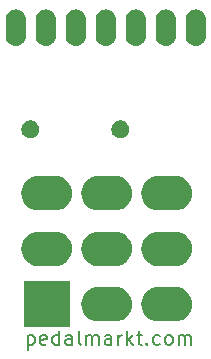
<source format=gbr>
G04 #@! TF.GenerationSoftware,KiCad,Pcbnew,(5.1.5-0-10_14)*
G04 #@! TF.CreationDate,2021-09-14T18:47:20+02:00*
G04 #@! TF.ProjectId,3pdt-npnium,33706474-2d6e-4706-9e69-756d2e6b6963,rev?*
G04 #@! TF.SameCoordinates,Original*
G04 #@! TF.FileFunction,Soldermask,Top*
G04 #@! TF.FilePolarity,Negative*
%FSLAX46Y46*%
G04 Gerber Fmt 4.6, Leading zero omitted, Abs format (unit mm)*
G04 Created by KiCad (PCBNEW (5.1.5-0-10_14)) date 2021-09-14 18:47:20*
%MOMM*%
%LPD*%
G04 APERTURE LIST*
%ADD10C,0.152400*%
%ADD11C,0.100000*%
G04 APERTURE END LIST*
D10*
X62305714Y-65041464D02*
X62305714Y-66247964D01*
X62305714Y-65098916D02*
X62420619Y-65041464D01*
X62650428Y-65041464D01*
X62765333Y-65098916D01*
X62822785Y-65156369D01*
X62880238Y-65271273D01*
X62880238Y-65615988D01*
X62822785Y-65730892D01*
X62765333Y-65788345D01*
X62650428Y-65845797D01*
X62420619Y-65845797D01*
X62305714Y-65788345D01*
X63856928Y-65788345D02*
X63742023Y-65845797D01*
X63512214Y-65845797D01*
X63397309Y-65788345D01*
X63339857Y-65673440D01*
X63339857Y-65213821D01*
X63397309Y-65098916D01*
X63512214Y-65041464D01*
X63742023Y-65041464D01*
X63856928Y-65098916D01*
X63914380Y-65213821D01*
X63914380Y-65328726D01*
X63339857Y-65443630D01*
X64948523Y-65845797D02*
X64948523Y-64639297D01*
X64948523Y-65788345D02*
X64833619Y-65845797D01*
X64603809Y-65845797D01*
X64488904Y-65788345D01*
X64431452Y-65730892D01*
X64374000Y-65615988D01*
X64374000Y-65271273D01*
X64431452Y-65156369D01*
X64488904Y-65098916D01*
X64603809Y-65041464D01*
X64833619Y-65041464D01*
X64948523Y-65098916D01*
X66040119Y-65845797D02*
X66040119Y-65213821D01*
X65982666Y-65098916D01*
X65867761Y-65041464D01*
X65637952Y-65041464D01*
X65523047Y-65098916D01*
X66040119Y-65788345D02*
X65925214Y-65845797D01*
X65637952Y-65845797D01*
X65523047Y-65788345D01*
X65465595Y-65673440D01*
X65465595Y-65558535D01*
X65523047Y-65443630D01*
X65637952Y-65386178D01*
X65925214Y-65386178D01*
X66040119Y-65328726D01*
X66787000Y-65845797D02*
X66672095Y-65788345D01*
X66614642Y-65673440D01*
X66614642Y-64639297D01*
X67246619Y-65845797D02*
X67246619Y-65041464D01*
X67246619Y-65156369D02*
X67304071Y-65098916D01*
X67418976Y-65041464D01*
X67591333Y-65041464D01*
X67706238Y-65098916D01*
X67763690Y-65213821D01*
X67763690Y-65845797D01*
X67763690Y-65213821D02*
X67821142Y-65098916D01*
X67936047Y-65041464D01*
X68108404Y-65041464D01*
X68223309Y-65098916D01*
X68280761Y-65213821D01*
X68280761Y-65845797D01*
X69372357Y-65845797D02*
X69372357Y-65213821D01*
X69314904Y-65098916D01*
X69200000Y-65041464D01*
X68970190Y-65041464D01*
X68855285Y-65098916D01*
X69372357Y-65788345D02*
X69257452Y-65845797D01*
X68970190Y-65845797D01*
X68855285Y-65788345D01*
X68797833Y-65673440D01*
X68797833Y-65558535D01*
X68855285Y-65443630D01*
X68970190Y-65386178D01*
X69257452Y-65386178D01*
X69372357Y-65328726D01*
X69946880Y-65845797D02*
X69946880Y-65041464D01*
X69946880Y-65271273D02*
X70004333Y-65156369D01*
X70061785Y-65098916D01*
X70176690Y-65041464D01*
X70291595Y-65041464D01*
X70693761Y-65845797D02*
X70693761Y-64639297D01*
X70808666Y-65386178D02*
X71153380Y-65845797D01*
X71153380Y-65041464D02*
X70693761Y-65501083D01*
X71498095Y-65041464D02*
X71957714Y-65041464D01*
X71670452Y-64639297D02*
X71670452Y-65673440D01*
X71727904Y-65788345D01*
X71842809Y-65845797D01*
X71957714Y-65845797D01*
X72359880Y-65730892D02*
X72417333Y-65788345D01*
X72359880Y-65845797D01*
X72302428Y-65788345D01*
X72359880Y-65730892D01*
X72359880Y-65845797D01*
X73451476Y-65788345D02*
X73336571Y-65845797D01*
X73106761Y-65845797D01*
X72991857Y-65788345D01*
X72934404Y-65730892D01*
X72876952Y-65615988D01*
X72876952Y-65271273D01*
X72934404Y-65156369D01*
X72991857Y-65098916D01*
X73106761Y-65041464D01*
X73336571Y-65041464D01*
X73451476Y-65098916D01*
X74140904Y-65845797D02*
X74026000Y-65788345D01*
X73968547Y-65730892D01*
X73911095Y-65615988D01*
X73911095Y-65271273D01*
X73968547Y-65156369D01*
X74026000Y-65098916D01*
X74140904Y-65041464D01*
X74313261Y-65041464D01*
X74428166Y-65098916D01*
X74485619Y-65156369D01*
X74543071Y-65271273D01*
X74543071Y-65615988D01*
X74485619Y-65730892D01*
X74428166Y-65788345D01*
X74313261Y-65845797D01*
X74140904Y-65845797D01*
X75060142Y-65845797D02*
X75060142Y-65041464D01*
X75060142Y-65156369D02*
X75117595Y-65098916D01*
X75232500Y-65041464D01*
X75404857Y-65041464D01*
X75519761Y-65098916D01*
X75577214Y-65213821D01*
X75577214Y-65845797D01*
X75577214Y-65213821D02*
X75634666Y-65098916D01*
X75749571Y-65041464D01*
X75921928Y-65041464D01*
X76036833Y-65098916D01*
X76094285Y-65213821D01*
X76094285Y-65845797D01*
X62305714Y-65041464D02*
X62305714Y-66247964D01*
X62305714Y-65098916D02*
X62420619Y-65041464D01*
X62650428Y-65041464D01*
X62765333Y-65098916D01*
X62822785Y-65156369D01*
X62880238Y-65271273D01*
X62880238Y-65615988D01*
X62822785Y-65730892D01*
X62765333Y-65788345D01*
X62650428Y-65845797D01*
X62420619Y-65845797D01*
X62305714Y-65788345D01*
X63856928Y-65788345D02*
X63742023Y-65845797D01*
X63512214Y-65845797D01*
X63397309Y-65788345D01*
X63339857Y-65673440D01*
X63339857Y-65213821D01*
X63397309Y-65098916D01*
X63512214Y-65041464D01*
X63742023Y-65041464D01*
X63856928Y-65098916D01*
X63914380Y-65213821D01*
X63914380Y-65328726D01*
X63339857Y-65443630D01*
X64948523Y-65845797D02*
X64948523Y-64639297D01*
X64948523Y-65788345D02*
X64833619Y-65845797D01*
X64603809Y-65845797D01*
X64488904Y-65788345D01*
X64431452Y-65730892D01*
X64374000Y-65615988D01*
X64374000Y-65271273D01*
X64431452Y-65156369D01*
X64488904Y-65098916D01*
X64603809Y-65041464D01*
X64833619Y-65041464D01*
X64948523Y-65098916D01*
X66040119Y-65845797D02*
X66040119Y-65213821D01*
X65982666Y-65098916D01*
X65867761Y-65041464D01*
X65637952Y-65041464D01*
X65523047Y-65098916D01*
X66040119Y-65788345D02*
X65925214Y-65845797D01*
X65637952Y-65845797D01*
X65523047Y-65788345D01*
X65465595Y-65673440D01*
X65465595Y-65558535D01*
X65523047Y-65443630D01*
X65637952Y-65386178D01*
X65925214Y-65386178D01*
X66040119Y-65328726D01*
X66787000Y-65845797D02*
X66672095Y-65788345D01*
X66614642Y-65673440D01*
X66614642Y-64639297D01*
X67246619Y-65845797D02*
X67246619Y-65041464D01*
X67246619Y-65156369D02*
X67304071Y-65098916D01*
X67418976Y-65041464D01*
X67591333Y-65041464D01*
X67706238Y-65098916D01*
X67763690Y-65213821D01*
X67763690Y-65845797D01*
X67763690Y-65213821D02*
X67821142Y-65098916D01*
X67936047Y-65041464D01*
X68108404Y-65041464D01*
X68223309Y-65098916D01*
X68280761Y-65213821D01*
X68280761Y-65845797D01*
X69372357Y-65845797D02*
X69372357Y-65213821D01*
X69314904Y-65098916D01*
X69200000Y-65041464D01*
X68970190Y-65041464D01*
X68855285Y-65098916D01*
X69372357Y-65788345D02*
X69257452Y-65845797D01*
X68970190Y-65845797D01*
X68855285Y-65788345D01*
X68797833Y-65673440D01*
X68797833Y-65558535D01*
X68855285Y-65443630D01*
X68970190Y-65386178D01*
X69257452Y-65386178D01*
X69372357Y-65328726D01*
X69946880Y-65845797D02*
X69946880Y-65041464D01*
X69946880Y-65271273D02*
X70004333Y-65156369D01*
X70061785Y-65098916D01*
X70176690Y-65041464D01*
X70291595Y-65041464D01*
X70693761Y-65845797D02*
X70693761Y-64639297D01*
X70808666Y-65386178D02*
X71153380Y-65845797D01*
X71153380Y-65041464D02*
X70693761Y-65501083D01*
X71498095Y-65041464D02*
X71957714Y-65041464D01*
X71670452Y-64639297D02*
X71670452Y-65673440D01*
X71727904Y-65788345D01*
X71842809Y-65845797D01*
X71957714Y-65845797D01*
X72359880Y-65730892D02*
X72417333Y-65788345D01*
X72359880Y-65845797D01*
X72302428Y-65788345D01*
X72359880Y-65730892D01*
X72359880Y-65845797D01*
X73451476Y-65788345D02*
X73336571Y-65845797D01*
X73106761Y-65845797D01*
X72991857Y-65788345D01*
X72934404Y-65730892D01*
X72876952Y-65615988D01*
X72876952Y-65271273D01*
X72934404Y-65156369D01*
X72991857Y-65098916D01*
X73106761Y-65041464D01*
X73336571Y-65041464D01*
X73451476Y-65098916D01*
X74140904Y-65845797D02*
X74026000Y-65788345D01*
X73968547Y-65730892D01*
X73911095Y-65615988D01*
X73911095Y-65271273D01*
X73968547Y-65156369D01*
X74026000Y-65098916D01*
X74140904Y-65041464D01*
X74313261Y-65041464D01*
X74428166Y-65098916D01*
X74485619Y-65156369D01*
X74543071Y-65271273D01*
X74543071Y-65615988D01*
X74485619Y-65730892D01*
X74428166Y-65788345D01*
X74313261Y-65845797D01*
X74140904Y-65845797D01*
X75060142Y-65845797D02*
X75060142Y-65041464D01*
X75060142Y-65156369D02*
X75117595Y-65098916D01*
X75232500Y-65041464D01*
X75404857Y-65041464D01*
X75519761Y-65098916D01*
X75577214Y-65213821D01*
X75577214Y-65845797D01*
X75577214Y-65213821D02*
X75634666Y-65098916D01*
X75749571Y-65041464D01*
X75921928Y-65041464D01*
X76036833Y-65098916D01*
X76094285Y-65213821D01*
X76094285Y-65845797D01*
X62305714Y-65041464D02*
X62305714Y-66247964D01*
X62305714Y-65098916D02*
X62420619Y-65041464D01*
X62650428Y-65041464D01*
X62765333Y-65098916D01*
X62822785Y-65156369D01*
X62880238Y-65271273D01*
X62880238Y-65615988D01*
X62822785Y-65730892D01*
X62765333Y-65788345D01*
X62650428Y-65845797D01*
X62420619Y-65845797D01*
X62305714Y-65788345D01*
X63856928Y-65788345D02*
X63742023Y-65845797D01*
X63512214Y-65845797D01*
X63397309Y-65788345D01*
X63339857Y-65673440D01*
X63339857Y-65213821D01*
X63397309Y-65098916D01*
X63512214Y-65041464D01*
X63742023Y-65041464D01*
X63856928Y-65098916D01*
X63914380Y-65213821D01*
X63914380Y-65328726D01*
X63339857Y-65443630D01*
X64948523Y-65845797D02*
X64948523Y-64639297D01*
X64948523Y-65788345D02*
X64833619Y-65845797D01*
X64603809Y-65845797D01*
X64488904Y-65788345D01*
X64431452Y-65730892D01*
X64374000Y-65615988D01*
X64374000Y-65271273D01*
X64431452Y-65156369D01*
X64488904Y-65098916D01*
X64603809Y-65041464D01*
X64833619Y-65041464D01*
X64948523Y-65098916D01*
X66040119Y-65845797D02*
X66040119Y-65213821D01*
X65982666Y-65098916D01*
X65867761Y-65041464D01*
X65637952Y-65041464D01*
X65523047Y-65098916D01*
X66040119Y-65788345D02*
X65925214Y-65845797D01*
X65637952Y-65845797D01*
X65523047Y-65788345D01*
X65465595Y-65673440D01*
X65465595Y-65558535D01*
X65523047Y-65443630D01*
X65637952Y-65386178D01*
X65925214Y-65386178D01*
X66040119Y-65328726D01*
X66787000Y-65845797D02*
X66672095Y-65788345D01*
X66614642Y-65673440D01*
X66614642Y-64639297D01*
X67246619Y-65845797D02*
X67246619Y-65041464D01*
X67246619Y-65156369D02*
X67304071Y-65098916D01*
X67418976Y-65041464D01*
X67591333Y-65041464D01*
X67706238Y-65098916D01*
X67763690Y-65213821D01*
X67763690Y-65845797D01*
X67763690Y-65213821D02*
X67821142Y-65098916D01*
X67936047Y-65041464D01*
X68108404Y-65041464D01*
X68223309Y-65098916D01*
X68280761Y-65213821D01*
X68280761Y-65845797D01*
X69372357Y-65845797D02*
X69372357Y-65213821D01*
X69314904Y-65098916D01*
X69200000Y-65041464D01*
X68970190Y-65041464D01*
X68855285Y-65098916D01*
X69372357Y-65788345D02*
X69257452Y-65845797D01*
X68970190Y-65845797D01*
X68855285Y-65788345D01*
X68797833Y-65673440D01*
X68797833Y-65558535D01*
X68855285Y-65443630D01*
X68970190Y-65386178D01*
X69257452Y-65386178D01*
X69372357Y-65328726D01*
X69946880Y-65845797D02*
X69946880Y-65041464D01*
X69946880Y-65271273D02*
X70004333Y-65156369D01*
X70061785Y-65098916D01*
X70176690Y-65041464D01*
X70291595Y-65041464D01*
X70693761Y-65845797D02*
X70693761Y-64639297D01*
X70808666Y-65386178D02*
X71153380Y-65845797D01*
X71153380Y-65041464D02*
X70693761Y-65501083D01*
X71498095Y-65041464D02*
X71957714Y-65041464D01*
X71670452Y-64639297D02*
X71670452Y-65673440D01*
X71727904Y-65788345D01*
X71842809Y-65845797D01*
X71957714Y-65845797D01*
X72359880Y-65730892D02*
X72417333Y-65788345D01*
X72359880Y-65845797D01*
X72302428Y-65788345D01*
X72359880Y-65730892D01*
X72359880Y-65845797D01*
X73451476Y-65788345D02*
X73336571Y-65845797D01*
X73106761Y-65845797D01*
X72991857Y-65788345D01*
X72934404Y-65730892D01*
X72876952Y-65615988D01*
X72876952Y-65271273D01*
X72934404Y-65156369D01*
X72991857Y-65098916D01*
X73106761Y-65041464D01*
X73336571Y-65041464D01*
X73451476Y-65098916D01*
X74140904Y-65845797D02*
X74026000Y-65788345D01*
X73968547Y-65730892D01*
X73911095Y-65615988D01*
X73911095Y-65271273D01*
X73968547Y-65156369D01*
X74026000Y-65098916D01*
X74140904Y-65041464D01*
X74313261Y-65041464D01*
X74428166Y-65098916D01*
X74485619Y-65156369D01*
X74543071Y-65271273D01*
X74543071Y-65615988D01*
X74485619Y-65730892D01*
X74428166Y-65788345D01*
X74313261Y-65845797D01*
X74140904Y-65845797D01*
X75060142Y-65845797D02*
X75060142Y-65041464D01*
X75060142Y-65156369D02*
X75117595Y-65098916D01*
X75232500Y-65041464D01*
X75404857Y-65041464D01*
X75519761Y-65098916D01*
X75577214Y-65213821D01*
X75577214Y-65845797D01*
X75577214Y-65213821D02*
X75634666Y-65098916D01*
X75749571Y-65041464D01*
X75921928Y-65041464D01*
X76036833Y-65098916D01*
X76094285Y-65213821D01*
X76094285Y-65845797D01*
X62305714Y-65041464D02*
X62305714Y-66247964D01*
X62305714Y-65098916D02*
X62420619Y-65041464D01*
X62650428Y-65041464D01*
X62765333Y-65098916D01*
X62822785Y-65156369D01*
X62880238Y-65271273D01*
X62880238Y-65615988D01*
X62822785Y-65730892D01*
X62765333Y-65788345D01*
X62650428Y-65845797D01*
X62420619Y-65845797D01*
X62305714Y-65788345D01*
X63856928Y-65788345D02*
X63742023Y-65845797D01*
X63512214Y-65845797D01*
X63397309Y-65788345D01*
X63339857Y-65673440D01*
X63339857Y-65213821D01*
X63397309Y-65098916D01*
X63512214Y-65041464D01*
X63742023Y-65041464D01*
X63856928Y-65098916D01*
X63914380Y-65213821D01*
X63914380Y-65328726D01*
X63339857Y-65443630D01*
X64948523Y-65845797D02*
X64948523Y-64639297D01*
X64948523Y-65788345D02*
X64833619Y-65845797D01*
X64603809Y-65845797D01*
X64488904Y-65788345D01*
X64431452Y-65730892D01*
X64374000Y-65615988D01*
X64374000Y-65271273D01*
X64431452Y-65156369D01*
X64488904Y-65098916D01*
X64603809Y-65041464D01*
X64833619Y-65041464D01*
X64948523Y-65098916D01*
X66040119Y-65845797D02*
X66040119Y-65213821D01*
X65982666Y-65098916D01*
X65867761Y-65041464D01*
X65637952Y-65041464D01*
X65523047Y-65098916D01*
X66040119Y-65788345D02*
X65925214Y-65845797D01*
X65637952Y-65845797D01*
X65523047Y-65788345D01*
X65465595Y-65673440D01*
X65465595Y-65558535D01*
X65523047Y-65443630D01*
X65637952Y-65386178D01*
X65925214Y-65386178D01*
X66040119Y-65328726D01*
X66787000Y-65845797D02*
X66672095Y-65788345D01*
X66614642Y-65673440D01*
X66614642Y-64639297D01*
X67246619Y-65845797D02*
X67246619Y-65041464D01*
X67246619Y-65156369D02*
X67304071Y-65098916D01*
X67418976Y-65041464D01*
X67591333Y-65041464D01*
X67706238Y-65098916D01*
X67763690Y-65213821D01*
X67763690Y-65845797D01*
X67763690Y-65213821D02*
X67821142Y-65098916D01*
X67936047Y-65041464D01*
X68108404Y-65041464D01*
X68223309Y-65098916D01*
X68280761Y-65213821D01*
X68280761Y-65845797D01*
X69372357Y-65845797D02*
X69372357Y-65213821D01*
X69314904Y-65098916D01*
X69200000Y-65041464D01*
X68970190Y-65041464D01*
X68855285Y-65098916D01*
X69372357Y-65788345D02*
X69257452Y-65845797D01*
X68970190Y-65845797D01*
X68855285Y-65788345D01*
X68797833Y-65673440D01*
X68797833Y-65558535D01*
X68855285Y-65443630D01*
X68970190Y-65386178D01*
X69257452Y-65386178D01*
X69372357Y-65328726D01*
X69946880Y-65845797D02*
X69946880Y-65041464D01*
X69946880Y-65271273D02*
X70004333Y-65156369D01*
X70061785Y-65098916D01*
X70176690Y-65041464D01*
X70291595Y-65041464D01*
X70693761Y-65845797D02*
X70693761Y-64639297D01*
X70808666Y-65386178D02*
X71153380Y-65845797D01*
X71153380Y-65041464D02*
X70693761Y-65501083D01*
X71498095Y-65041464D02*
X71957714Y-65041464D01*
X71670452Y-64639297D02*
X71670452Y-65673440D01*
X71727904Y-65788345D01*
X71842809Y-65845797D01*
X71957714Y-65845797D01*
X72359880Y-65730892D02*
X72417333Y-65788345D01*
X72359880Y-65845797D01*
X72302428Y-65788345D01*
X72359880Y-65730892D01*
X72359880Y-65845797D01*
X73451476Y-65788345D02*
X73336571Y-65845797D01*
X73106761Y-65845797D01*
X72991857Y-65788345D01*
X72934404Y-65730892D01*
X72876952Y-65615988D01*
X72876952Y-65271273D01*
X72934404Y-65156369D01*
X72991857Y-65098916D01*
X73106761Y-65041464D01*
X73336571Y-65041464D01*
X73451476Y-65098916D01*
X74140904Y-65845797D02*
X74026000Y-65788345D01*
X73968547Y-65730892D01*
X73911095Y-65615988D01*
X73911095Y-65271273D01*
X73968547Y-65156369D01*
X74026000Y-65098916D01*
X74140904Y-65041464D01*
X74313261Y-65041464D01*
X74428166Y-65098916D01*
X74485619Y-65156369D01*
X74543071Y-65271273D01*
X74543071Y-65615988D01*
X74485619Y-65730892D01*
X74428166Y-65788345D01*
X74313261Y-65845797D01*
X74140904Y-65845797D01*
X75060142Y-65845797D02*
X75060142Y-65041464D01*
X75060142Y-65156369D02*
X75117595Y-65098916D01*
X75232500Y-65041464D01*
X75404857Y-65041464D01*
X75519761Y-65098916D01*
X75577214Y-65213821D01*
X75577214Y-65845797D01*
X75577214Y-65213821D02*
X75634666Y-65098916D01*
X75749571Y-65041464D01*
X75921928Y-65041464D01*
X76036833Y-65098916D01*
X76094285Y-65213821D01*
X76094285Y-65845797D01*
X62305714Y-65041464D02*
X62305714Y-66247964D01*
X62305714Y-65098916D02*
X62420619Y-65041464D01*
X62650428Y-65041464D01*
X62765333Y-65098916D01*
X62822785Y-65156369D01*
X62880238Y-65271273D01*
X62880238Y-65615988D01*
X62822785Y-65730892D01*
X62765333Y-65788345D01*
X62650428Y-65845797D01*
X62420619Y-65845797D01*
X62305714Y-65788345D01*
X63856928Y-65788345D02*
X63742023Y-65845797D01*
X63512214Y-65845797D01*
X63397309Y-65788345D01*
X63339857Y-65673440D01*
X63339857Y-65213821D01*
X63397309Y-65098916D01*
X63512214Y-65041464D01*
X63742023Y-65041464D01*
X63856928Y-65098916D01*
X63914380Y-65213821D01*
X63914380Y-65328726D01*
X63339857Y-65443630D01*
X64948523Y-65845797D02*
X64948523Y-64639297D01*
X64948523Y-65788345D02*
X64833619Y-65845797D01*
X64603809Y-65845797D01*
X64488904Y-65788345D01*
X64431452Y-65730892D01*
X64374000Y-65615988D01*
X64374000Y-65271273D01*
X64431452Y-65156369D01*
X64488904Y-65098916D01*
X64603809Y-65041464D01*
X64833619Y-65041464D01*
X64948523Y-65098916D01*
X66040119Y-65845797D02*
X66040119Y-65213821D01*
X65982666Y-65098916D01*
X65867761Y-65041464D01*
X65637952Y-65041464D01*
X65523047Y-65098916D01*
X66040119Y-65788345D02*
X65925214Y-65845797D01*
X65637952Y-65845797D01*
X65523047Y-65788345D01*
X65465595Y-65673440D01*
X65465595Y-65558535D01*
X65523047Y-65443630D01*
X65637952Y-65386178D01*
X65925214Y-65386178D01*
X66040119Y-65328726D01*
X66787000Y-65845797D02*
X66672095Y-65788345D01*
X66614642Y-65673440D01*
X66614642Y-64639297D01*
X67246619Y-65845797D02*
X67246619Y-65041464D01*
X67246619Y-65156369D02*
X67304071Y-65098916D01*
X67418976Y-65041464D01*
X67591333Y-65041464D01*
X67706238Y-65098916D01*
X67763690Y-65213821D01*
X67763690Y-65845797D01*
X67763690Y-65213821D02*
X67821142Y-65098916D01*
X67936047Y-65041464D01*
X68108404Y-65041464D01*
X68223309Y-65098916D01*
X68280761Y-65213821D01*
X68280761Y-65845797D01*
X69372357Y-65845797D02*
X69372357Y-65213821D01*
X69314904Y-65098916D01*
X69200000Y-65041464D01*
X68970190Y-65041464D01*
X68855285Y-65098916D01*
X69372357Y-65788345D02*
X69257452Y-65845797D01*
X68970190Y-65845797D01*
X68855285Y-65788345D01*
X68797833Y-65673440D01*
X68797833Y-65558535D01*
X68855285Y-65443630D01*
X68970190Y-65386178D01*
X69257452Y-65386178D01*
X69372357Y-65328726D01*
X69946880Y-65845797D02*
X69946880Y-65041464D01*
X69946880Y-65271273D02*
X70004333Y-65156369D01*
X70061785Y-65098916D01*
X70176690Y-65041464D01*
X70291595Y-65041464D01*
X70693761Y-65845797D02*
X70693761Y-64639297D01*
X70808666Y-65386178D02*
X71153380Y-65845797D01*
X71153380Y-65041464D02*
X70693761Y-65501083D01*
X71498095Y-65041464D02*
X71957714Y-65041464D01*
X71670452Y-64639297D02*
X71670452Y-65673440D01*
X71727904Y-65788345D01*
X71842809Y-65845797D01*
X71957714Y-65845797D01*
X72359880Y-65730892D02*
X72417333Y-65788345D01*
X72359880Y-65845797D01*
X72302428Y-65788345D01*
X72359880Y-65730892D01*
X72359880Y-65845797D01*
X73451476Y-65788345D02*
X73336571Y-65845797D01*
X73106761Y-65845797D01*
X72991857Y-65788345D01*
X72934404Y-65730892D01*
X72876952Y-65615988D01*
X72876952Y-65271273D01*
X72934404Y-65156369D01*
X72991857Y-65098916D01*
X73106761Y-65041464D01*
X73336571Y-65041464D01*
X73451476Y-65098916D01*
X74140904Y-65845797D02*
X74026000Y-65788345D01*
X73968547Y-65730892D01*
X73911095Y-65615988D01*
X73911095Y-65271273D01*
X73968547Y-65156369D01*
X74026000Y-65098916D01*
X74140904Y-65041464D01*
X74313261Y-65041464D01*
X74428166Y-65098916D01*
X74485619Y-65156369D01*
X74543071Y-65271273D01*
X74543071Y-65615988D01*
X74485619Y-65730892D01*
X74428166Y-65788345D01*
X74313261Y-65845797D01*
X74140904Y-65845797D01*
X75060142Y-65845797D02*
X75060142Y-65041464D01*
X75060142Y-65156369D02*
X75117595Y-65098916D01*
X75232500Y-65041464D01*
X75404857Y-65041464D01*
X75519761Y-65098916D01*
X75577214Y-65213821D01*
X75577214Y-65845797D01*
X75577214Y-65213821D02*
X75634666Y-65098916D01*
X75749571Y-65041464D01*
X75921928Y-65041464D01*
X76036833Y-65098916D01*
X76094285Y-65213821D01*
X76094285Y-65845797D01*
D11*
G36*
X65859000Y-64369000D02*
G01*
X61941000Y-64369000D01*
X61941000Y-60451000D01*
X65859000Y-60451000D01*
X65859000Y-64369000D01*
G37*
G36*
X74937861Y-60969497D02*
G01*
X75044446Y-60979995D01*
X75317960Y-61062965D01*
X75317963Y-61062966D01*
X75570028Y-61197698D01*
X75570029Y-61197699D01*
X75570033Y-61197701D01*
X75790976Y-61379024D01*
X75972299Y-61599967D01*
X75972301Y-61599971D01*
X75972302Y-61599972D01*
X76107034Y-61852037D01*
X76107035Y-61852040D01*
X76190005Y-62125554D01*
X76218020Y-62410000D01*
X76190005Y-62694446D01*
X76107035Y-62967960D01*
X76107034Y-62967963D01*
X75972302Y-63220028D01*
X75972299Y-63220033D01*
X75790976Y-63440976D01*
X75570033Y-63622299D01*
X75570029Y-63622301D01*
X75570028Y-63622302D01*
X75317963Y-63757034D01*
X75317960Y-63757035D01*
X75044446Y-63840005D01*
X74937861Y-63850503D01*
X74831278Y-63861000D01*
X73288722Y-63861000D01*
X73182139Y-63850503D01*
X73075554Y-63840005D01*
X72802040Y-63757035D01*
X72802037Y-63757034D01*
X72549972Y-63622302D01*
X72549971Y-63622301D01*
X72549967Y-63622299D01*
X72329024Y-63440976D01*
X72147701Y-63220033D01*
X72147698Y-63220028D01*
X72012966Y-62967963D01*
X72012965Y-62967960D01*
X71929995Y-62694446D01*
X71901980Y-62410000D01*
X71929995Y-62125554D01*
X72012965Y-61852040D01*
X72012966Y-61852037D01*
X72147698Y-61599972D01*
X72147699Y-61599971D01*
X72147701Y-61599967D01*
X72329024Y-61379024D01*
X72549967Y-61197701D01*
X72549971Y-61197699D01*
X72549972Y-61197698D01*
X72802037Y-61062966D01*
X72802040Y-61062965D01*
X73075554Y-60979995D01*
X73182139Y-60969497D01*
X73288722Y-60959000D01*
X74831278Y-60959000D01*
X74937861Y-60969497D01*
G37*
G36*
X69857861Y-60969497D02*
G01*
X69964446Y-60979995D01*
X70237960Y-61062965D01*
X70237963Y-61062966D01*
X70490028Y-61197698D01*
X70490029Y-61197699D01*
X70490033Y-61197701D01*
X70710976Y-61379024D01*
X70892299Y-61599967D01*
X70892301Y-61599971D01*
X70892302Y-61599972D01*
X71027034Y-61852037D01*
X71027035Y-61852040D01*
X71110005Y-62125554D01*
X71138020Y-62410000D01*
X71110005Y-62694446D01*
X71027035Y-62967960D01*
X71027034Y-62967963D01*
X70892302Y-63220028D01*
X70892299Y-63220033D01*
X70710976Y-63440976D01*
X70490033Y-63622299D01*
X70490029Y-63622301D01*
X70490028Y-63622302D01*
X70237963Y-63757034D01*
X70237960Y-63757035D01*
X69964446Y-63840005D01*
X69857861Y-63850503D01*
X69751278Y-63861000D01*
X68208722Y-63861000D01*
X68102139Y-63850503D01*
X67995554Y-63840005D01*
X67722040Y-63757035D01*
X67722037Y-63757034D01*
X67469972Y-63622302D01*
X67469971Y-63622301D01*
X67469967Y-63622299D01*
X67249024Y-63440976D01*
X67067701Y-63220033D01*
X67067698Y-63220028D01*
X66932966Y-62967963D01*
X66932965Y-62967960D01*
X66849995Y-62694446D01*
X66821980Y-62410000D01*
X66849995Y-62125554D01*
X66932965Y-61852040D01*
X66932966Y-61852037D01*
X67067698Y-61599972D01*
X67067699Y-61599971D01*
X67067701Y-61599967D01*
X67249024Y-61379024D01*
X67469967Y-61197701D01*
X67469971Y-61197699D01*
X67469972Y-61197698D01*
X67722037Y-61062966D01*
X67722040Y-61062965D01*
X67995554Y-60979995D01*
X68102139Y-60969497D01*
X68208722Y-60959000D01*
X69751278Y-60959000D01*
X69857861Y-60969497D01*
G37*
G36*
X74937861Y-56269498D02*
G01*
X75044446Y-56279995D01*
X75317960Y-56362965D01*
X75317963Y-56362966D01*
X75570028Y-56497698D01*
X75570029Y-56497699D01*
X75570033Y-56497701D01*
X75790976Y-56679024D01*
X75972299Y-56899967D01*
X75972301Y-56899971D01*
X75972302Y-56899972D01*
X76107034Y-57152037D01*
X76107035Y-57152040D01*
X76190005Y-57425554D01*
X76218020Y-57710000D01*
X76190005Y-57994446D01*
X76107035Y-58267960D01*
X76107034Y-58267963D01*
X75972302Y-58520028D01*
X75972299Y-58520033D01*
X75790976Y-58740976D01*
X75570033Y-58922299D01*
X75570029Y-58922301D01*
X75570028Y-58922302D01*
X75317963Y-59057034D01*
X75317960Y-59057035D01*
X75044446Y-59140005D01*
X74937861Y-59150502D01*
X74831278Y-59161000D01*
X73288722Y-59161000D01*
X73182139Y-59150502D01*
X73075554Y-59140005D01*
X72802040Y-59057035D01*
X72802037Y-59057034D01*
X72549972Y-58922302D01*
X72549971Y-58922301D01*
X72549967Y-58922299D01*
X72329024Y-58740976D01*
X72147701Y-58520033D01*
X72147698Y-58520028D01*
X72012966Y-58267963D01*
X72012965Y-58267960D01*
X71929995Y-57994446D01*
X71901980Y-57710000D01*
X71929995Y-57425554D01*
X72012965Y-57152040D01*
X72012966Y-57152037D01*
X72147698Y-56899972D01*
X72147699Y-56899971D01*
X72147701Y-56899967D01*
X72329024Y-56679024D01*
X72549967Y-56497701D01*
X72549971Y-56497699D01*
X72549972Y-56497698D01*
X72802037Y-56362966D01*
X72802040Y-56362965D01*
X73075554Y-56279995D01*
X73182139Y-56269498D01*
X73288722Y-56259000D01*
X74831278Y-56259000D01*
X74937861Y-56269498D01*
G37*
G36*
X69857861Y-56269498D02*
G01*
X69964446Y-56279995D01*
X70237960Y-56362965D01*
X70237963Y-56362966D01*
X70490028Y-56497698D01*
X70490029Y-56497699D01*
X70490033Y-56497701D01*
X70710976Y-56679024D01*
X70892299Y-56899967D01*
X70892301Y-56899971D01*
X70892302Y-56899972D01*
X71027034Y-57152037D01*
X71027035Y-57152040D01*
X71110005Y-57425554D01*
X71138020Y-57710000D01*
X71110005Y-57994446D01*
X71027035Y-58267960D01*
X71027034Y-58267963D01*
X70892302Y-58520028D01*
X70892299Y-58520033D01*
X70710976Y-58740976D01*
X70490033Y-58922299D01*
X70490029Y-58922301D01*
X70490028Y-58922302D01*
X70237963Y-59057034D01*
X70237960Y-59057035D01*
X69964446Y-59140005D01*
X69857861Y-59150502D01*
X69751278Y-59161000D01*
X68208722Y-59161000D01*
X68102139Y-59150502D01*
X67995554Y-59140005D01*
X67722040Y-59057035D01*
X67722037Y-59057034D01*
X67469972Y-58922302D01*
X67469971Y-58922301D01*
X67469967Y-58922299D01*
X67249024Y-58740976D01*
X67067701Y-58520033D01*
X67067698Y-58520028D01*
X66932966Y-58267963D01*
X66932965Y-58267960D01*
X66849995Y-57994446D01*
X66821980Y-57710000D01*
X66849995Y-57425554D01*
X66932965Y-57152040D01*
X66932966Y-57152037D01*
X67067698Y-56899972D01*
X67067699Y-56899971D01*
X67067701Y-56899967D01*
X67249024Y-56679024D01*
X67469967Y-56497701D01*
X67469971Y-56497699D01*
X67469972Y-56497698D01*
X67722037Y-56362966D01*
X67722040Y-56362965D01*
X67995554Y-56279995D01*
X68102139Y-56269498D01*
X68208722Y-56259000D01*
X69751278Y-56259000D01*
X69857861Y-56269498D01*
G37*
G36*
X64777861Y-56269498D02*
G01*
X64884446Y-56279995D01*
X65157960Y-56362965D01*
X65157963Y-56362966D01*
X65410028Y-56497698D01*
X65410029Y-56497699D01*
X65410033Y-56497701D01*
X65630976Y-56679024D01*
X65812299Y-56899967D01*
X65812301Y-56899971D01*
X65812302Y-56899972D01*
X65947034Y-57152037D01*
X65947035Y-57152040D01*
X66030005Y-57425554D01*
X66058020Y-57710000D01*
X66030005Y-57994446D01*
X65947035Y-58267960D01*
X65947034Y-58267963D01*
X65812302Y-58520028D01*
X65812299Y-58520033D01*
X65630976Y-58740976D01*
X65410033Y-58922299D01*
X65410029Y-58922301D01*
X65410028Y-58922302D01*
X65157963Y-59057034D01*
X65157960Y-59057035D01*
X64884446Y-59140005D01*
X64777861Y-59150502D01*
X64671278Y-59161000D01*
X63128722Y-59161000D01*
X63022139Y-59150502D01*
X62915554Y-59140005D01*
X62642040Y-59057035D01*
X62642037Y-59057034D01*
X62389972Y-58922302D01*
X62389971Y-58922301D01*
X62389967Y-58922299D01*
X62169024Y-58740976D01*
X61987701Y-58520033D01*
X61987698Y-58520028D01*
X61852966Y-58267963D01*
X61852965Y-58267960D01*
X61769995Y-57994446D01*
X61741980Y-57710000D01*
X61769995Y-57425554D01*
X61852965Y-57152040D01*
X61852966Y-57152037D01*
X61987698Y-56899972D01*
X61987699Y-56899971D01*
X61987701Y-56899967D01*
X62169024Y-56679024D01*
X62389967Y-56497701D01*
X62389971Y-56497699D01*
X62389972Y-56497698D01*
X62642037Y-56362966D01*
X62642040Y-56362965D01*
X62915554Y-56279995D01*
X63022139Y-56269498D01*
X63128722Y-56259000D01*
X64671278Y-56259000D01*
X64777861Y-56269498D01*
G37*
G36*
X74937861Y-51569498D02*
G01*
X75044446Y-51579995D01*
X75317960Y-51662965D01*
X75317963Y-51662966D01*
X75570028Y-51797698D01*
X75570029Y-51797699D01*
X75570033Y-51797701D01*
X75790976Y-51979024D01*
X75972299Y-52199967D01*
X75972301Y-52199971D01*
X75972302Y-52199972D01*
X76107034Y-52452037D01*
X76107035Y-52452040D01*
X76190005Y-52725554D01*
X76218020Y-53010000D01*
X76190005Y-53294446D01*
X76107035Y-53567960D01*
X76107034Y-53567963D01*
X75972302Y-53820028D01*
X75972299Y-53820033D01*
X75790976Y-54040976D01*
X75570033Y-54222299D01*
X75570029Y-54222301D01*
X75570028Y-54222302D01*
X75317963Y-54357034D01*
X75317960Y-54357035D01*
X75044446Y-54440005D01*
X74937861Y-54450502D01*
X74831278Y-54461000D01*
X73288722Y-54461000D01*
X73182139Y-54450502D01*
X73075554Y-54440005D01*
X72802040Y-54357035D01*
X72802037Y-54357034D01*
X72549972Y-54222302D01*
X72549971Y-54222301D01*
X72549967Y-54222299D01*
X72329024Y-54040976D01*
X72147701Y-53820033D01*
X72147698Y-53820028D01*
X72012966Y-53567963D01*
X72012965Y-53567960D01*
X71929995Y-53294446D01*
X71901980Y-53010000D01*
X71929995Y-52725554D01*
X72012965Y-52452040D01*
X72012966Y-52452037D01*
X72147698Y-52199972D01*
X72147699Y-52199971D01*
X72147701Y-52199967D01*
X72329024Y-51979024D01*
X72549967Y-51797701D01*
X72549971Y-51797699D01*
X72549972Y-51797698D01*
X72802037Y-51662966D01*
X72802040Y-51662965D01*
X73075554Y-51579995D01*
X73182139Y-51569498D01*
X73288722Y-51559000D01*
X74831278Y-51559000D01*
X74937861Y-51569498D01*
G37*
G36*
X69857861Y-51569498D02*
G01*
X69964446Y-51579995D01*
X70237960Y-51662965D01*
X70237963Y-51662966D01*
X70490028Y-51797698D01*
X70490029Y-51797699D01*
X70490033Y-51797701D01*
X70710976Y-51979024D01*
X70892299Y-52199967D01*
X70892301Y-52199971D01*
X70892302Y-52199972D01*
X71027034Y-52452037D01*
X71027035Y-52452040D01*
X71110005Y-52725554D01*
X71138020Y-53010000D01*
X71110005Y-53294446D01*
X71027035Y-53567960D01*
X71027034Y-53567963D01*
X70892302Y-53820028D01*
X70892299Y-53820033D01*
X70710976Y-54040976D01*
X70490033Y-54222299D01*
X70490029Y-54222301D01*
X70490028Y-54222302D01*
X70237963Y-54357034D01*
X70237960Y-54357035D01*
X69964446Y-54440005D01*
X69857861Y-54450502D01*
X69751278Y-54461000D01*
X68208722Y-54461000D01*
X68102139Y-54450502D01*
X67995554Y-54440005D01*
X67722040Y-54357035D01*
X67722037Y-54357034D01*
X67469972Y-54222302D01*
X67469971Y-54222301D01*
X67469967Y-54222299D01*
X67249024Y-54040976D01*
X67067701Y-53820033D01*
X67067698Y-53820028D01*
X66932966Y-53567963D01*
X66932965Y-53567960D01*
X66849995Y-53294446D01*
X66821980Y-53010000D01*
X66849995Y-52725554D01*
X66932965Y-52452040D01*
X66932966Y-52452037D01*
X67067698Y-52199972D01*
X67067699Y-52199971D01*
X67067701Y-52199967D01*
X67249024Y-51979024D01*
X67469967Y-51797701D01*
X67469971Y-51797699D01*
X67469972Y-51797698D01*
X67722037Y-51662966D01*
X67722040Y-51662965D01*
X67995554Y-51579995D01*
X68102139Y-51569498D01*
X68208722Y-51559000D01*
X69751278Y-51559000D01*
X69857861Y-51569498D01*
G37*
G36*
X64777861Y-51569498D02*
G01*
X64884446Y-51579995D01*
X65157960Y-51662965D01*
X65157963Y-51662966D01*
X65410028Y-51797698D01*
X65410029Y-51797699D01*
X65410033Y-51797701D01*
X65630976Y-51979024D01*
X65812299Y-52199967D01*
X65812301Y-52199971D01*
X65812302Y-52199972D01*
X65947034Y-52452037D01*
X65947035Y-52452040D01*
X66030005Y-52725554D01*
X66058020Y-53010000D01*
X66030005Y-53294446D01*
X65947035Y-53567960D01*
X65947034Y-53567963D01*
X65812302Y-53820028D01*
X65812299Y-53820033D01*
X65630976Y-54040976D01*
X65410033Y-54222299D01*
X65410029Y-54222301D01*
X65410028Y-54222302D01*
X65157963Y-54357034D01*
X65157960Y-54357035D01*
X64884446Y-54440005D01*
X64777861Y-54450502D01*
X64671278Y-54461000D01*
X63128722Y-54461000D01*
X63022139Y-54450502D01*
X62915554Y-54440005D01*
X62642040Y-54357035D01*
X62642037Y-54357034D01*
X62389972Y-54222302D01*
X62389971Y-54222301D01*
X62389967Y-54222299D01*
X62169024Y-54040976D01*
X61987701Y-53820033D01*
X61987698Y-53820028D01*
X61852966Y-53567963D01*
X61852965Y-53567960D01*
X61769995Y-53294446D01*
X61741980Y-53010000D01*
X61769995Y-52725554D01*
X61852965Y-52452040D01*
X61852966Y-52452037D01*
X61987698Y-52199972D01*
X61987699Y-52199971D01*
X61987701Y-52199967D01*
X62169024Y-51979024D01*
X62389967Y-51797701D01*
X62389971Y-51797699D01*
X62389972Y-51797698D01*
X62642037Y-51662966D01*
X62642040Y-51662965D01*
X62915554Y-51579995D01*
X63022139Y-51569498D01*
X63128722Y-51559000D01*
X64671278Y-51559000D01*
X64777861Y-51569498D01*
G37*
G36*
X70339059Y-46877860D02*
G01*
X70475732Y-46934472D01*
X70598735Y-47016660D01*
X70703340Y-47121265D01*
X70785528Y-47244268D01*
X70842140Y-47380941D01*
X70871000Y-47526033D01*
X70871000Y-47673967D01*
X70842140Y-47819059D01*
X70785528Y-47955732D01*
X70703340Y-48078735D01*
X70598735Y-48183340D01*
X70475732Y-48265528D01*
X70475731Y-48265529D01*
X70475730Y-48265529D01*
X70339059Y-48322140D01*
X70193968Y-48351000D01*
X70046032Y-48351000D01*
X69900941Y-48322140D01*
X69764270Y-48265529D01*
X69764269Y-48265529D01*
X69764268Y-48265528D01*
X69641265Y-48183340D01*
X69536660Y-48078735D01*
X69454472Y-47955732D01*
X69397860Y-47819059D01*
X69369000Y-47673967D01*
X69369000Y-47526033D01*
X69397860Y-47380941D01*
X69454472Y-47244268D01*
X69536660Y-47121265D01*
X69641265Y-47016660D01*
X69764268Y-46934472D01*
X69900941Y-46877860D01*
X70046032Y-46849000D01*
X70193968Y-46849000D01*
X70339059Y-46877860D01*
G37*
G36*
X62719059Y-46877860D02*
G01*
X62855732Y-46934472D01*
X62978735Y-47016660D01*
X63083340Y-47121265D01*
X63165528Y-47244268D01*
X63222140Y-47380941D01*
X63251000Y-47526033D01*
X63251000Y-47673967D01*
X63222140Y-47819059D01*
X63165528Y-47955732D01*
X63083340Y-48078735D01*
X62978735Y-48183340D01*
X62855732Y-48265528D01*
X62855731Y-48265529D01*
X62855730Y-48265529D01*
X62719059Y-48322140D01*
X62573968Y-48351000D01*
X62426032Y-48351000D01*
X62280941Y-48322140D01*
X62144270Y-48265529D01*
X62144269Y-48265529D01*
X62144268Y-48265528D01*
X62021265Y-48183340D01*
X61916660Y-48078735D01*
X61834472Y-47955732D01*
X61777860Y-47819059D01*
X61749000Y-47673967D01*
X61749000Y-47526033D01*
X61777860Y-47380941D01*
X61834472Y-47244268D01*
X61916660Y-47121265D01*
X62021265Y-47016660D01*
X62144268Y-46934472D01*
X62280941Y-46877860D01*
X62426032Y-46849000D01*
X62573968Y-46849000D01*
X62719059Y-46877860D01*
G37*
G36*
X76666822Y-37461313D02*
G01*
X76827241Y-37509976D01*
X76975077Y-37588995D01*
X77104659Y-37695341D01*
X77211004Y-37824922D01*
X77211005Y-37824924D01*
X77290024Y-37972758D01*
X77338687Y-38133177D01*
X77351000Y-38258196D01*
X77351000Y-39741804D01*
X77338687Y-39866823D01*
X77290024Y-40027242D01*
X77219114Y-40159906D01*
X77211004Y-40175078D01*
X77104659Y-40304659D01*
X76975078Y-40411004D01*
X76975076Y-40411005D01*
X76827242Y-40490024D01*
X76666823Y-40538687D01*
X76500000Y-40555117D01*
X76333178Y-40538687D01*
X76172759Y-40490024D01*
X76024925Y-40411005D01*
X76024923Y-40411004D01*
X75895342Y-40304659D01*
X75788997Y-40175078D01*
X75780887Y-40159906D01*
X75709977Y-40027242D01*
X75661314Y-39866823D01*
X75649001Y-39741804D01*
X75649000Y-38258197D01*
X75661313Y-38133178D01*
X75709976Y-37972759D01*
X75788995Y-37824923D01*
X75895341Y-37695341D01*
X76024922Y-37588996D01*
X76040094Y-37580886D01*
X76172758Y-37509976D01*
X76333177Y-37461313D01*
X76500000Y-37444883D01*
X76666822Y-37461313D01*
G37*
G36*
X74126822Y-37461313D02*
G01*
X74287241Y-37509976D01*
X74435077Y-37588995D01*
X74564659Y-37695341D01*
X74671004Y-37824922D01*
X74671005Y-37824924D01*
X74750024Y-37972758D01*
X74798687Y-38133177D01*
X74811000Y-38258196D01*
X74811000Y-39741804D01*
X74798687Y-39866823D01*
X74750024Y-40027242D01*
X74679114Y-40159906D01*
X74671004Y-40175078D01*
X74564659Y-40304659D01*
X74435078Y-40411004D01*
X74435076Y-40411005D01*
X74287242Y-40490024D01*
X74126823Y-40538687D01*
X73960000Y-40555117D01*
X73793178Y-40538687D01*
X73632759Y-40490024D01*
X73484925Y-40411005D01*
X73484923Y-40411004D01*
X73355342Y-40304659D01*
X73248997Y-40175078D01*
X73240887Y-40159906D01*
X73169977Y-40027242D01*
X73121314Y-39866823D01*
X73109001Y-39741804D01*
X73109000Y-38258197D01*
X73121313Y-38133178D01*
X73169976Y-37972759D01*
X73248995Y-37824923D01*
X73355341Y-37695341D01*
X73484922Y-37588996D01*
X73500094Y-37580886D01*
X73632758Y-37509976D01*
X73793177Y-37461313D01*
X73960000Y-37444883D01*
X74126822Y-37461313D01*
G37*
G36*
X71586822Y-37461313D02*
G01*
X71747241Y-37509976D01*
X71895077Y-37588995D01*
X72024659Y-37695341D01*
X72131004Y-37824922D01*
X72131005Y-37824924D01*
X72210024Y-37972758D01*
X72258687Y-38133177D01*
X72271000Y-38258196D01*
X72271000Y-39741804D01*
X72258687Y-39866823D01*
X72210024Y-40027242D01*
X72139114Y-40159906D01*
X72131004Y-40175078D01*
X72024659Y-40304659D01*
X71895078Y-40411004D01*
X71895076Y-40411005D01*
X71747242Y-40490024D01*
X71586823Y-40538687D01*
X71420000Y-40555117D01*
X71253178Y-40538687D01*
X71092759Y-40490024D01*
X70944925Y-40411005D01*
X70944923Y-40411004D01*
X70815342Y-40304659D01*
X70708997Y-40175078D01*
X70700887Y-40159906D01*
X70629977Y-40027242D01*
X70581314Y-39866823D01*
X70569001Y-39741804D01*
X70569000Y-38258197D01*
X70581313Y-38133178D01*
X70629976Y-37972759D01*
X70708995Y-37824923D01*
X70815341Y-37695341D01*
X70944922Y-37588996D01*
X70960094Y-37580886D01*
X71092758Y-37509976D01*
X71253177Y-37461313D01*
X71420000Y-37444883D01*
X71586822Y-37461313D01*
G37*
G36*
X69046822Y-37461313D02*
G01*
X69207241Y-37509976D01*
X69355077Y-37588995D01*
X69484659Y-37695341D01*
X69591004Y-37824922D01*
X69591005Y-37824924D01*
X69670024Y-37972758D01*
X69718687Y-38133177D01*
X69731000Y-38258196D01*
X69731000Y-39741804D01*
X69718687Y-39866823D01*
X69670024Y-40027242D01*
X69599114Y-40159906D01*
X69591004Y-40175078D01*
X69484659Y-40304659D01*
X69355078Y-40411004D01*
X69355076Y-40411005D01*
X69207242Y-40490024D01*
X69046823Y-40538687D01*
X68880000Y-40555117D01*
X68713178Y-40538687D01*
X68552759Y-40490024D01*
X68404925Y-40411005D01*
X68404923Y-40411004D01*
X68275342Y-40304659D01*
X68168997Y-40175078D01*
X68160887Y-40159906D01*
X68089977Y-40027242D01*
X68041314Y-39866823D01*
X68029001Y-39741804D01*
X68029000Y-38258197D01*
X68041313Y-38133178D01*
X68089976Y-37972759D01*
X68168995Y-37824923D01*
X68275341Y-37695341D01*
X68404922Y-37588996D01*
X68420094Y-37580886D01*
X68552758Y-37509976D01*
X68713177Y-37461313D01*
X68880000Y-37444883D01*
X69046822Y-37461313D01*
G37*
G36*
X66506822Y-37461313D02*
G01*
X66667241Y-37509976D01*
X66815077Y-37588995D01*
X66944659Y-37695341D01*
X67051004Y-37824922D01*
X67051005Y-37824924D01*
X67130024Y-37972758D01*
X67178687Y-38133177D01*
X67191000Y-38258196D01*
X67191000Y-39741804D01*
X67178687Y-39866823D01*
X67130024Y-40027242D01*
X67059114Y-40159906D01*
X67051004Y-40175078D01*
X66944659Y-40304659D01*
X66815078Y-40411004D01*
X66815076Y-40411005D01*
X66667242Y-40490024D01*
X66506823Y-40538687D01*
X66340000Y-40555117D01*
X66173178Y-40538687D01*
X66012759Y-40490024D01*
X65864925Y-40411005D01*
X65864923Y-40411004D01*
X65735342Y-40304659D01*
X65628997Y-40175078D01*
X65620887Y-40159906D01*
X65549977Y-40027242D01*
X65501314Y-39866823D01*
X65489001Y-39741804D01*
X65489000Y-38258197D01*
X65501313Y-38133178D01*
X65549976Y-37972759D01*
X65628995Y-37824923D01*
X65735341Y-37695341D01*
X65864922Y-37588996D01*
X65880094Y-37580886D01*
X66012758Y-37509976D01*
X66173177Y-37461313D01*
X66340000Y-37444883D01*
X66506822Y-37461313D01*
G37*
G36*
X63966822Y-37461313D02*
G01*
X64127241Y-37509976D01*
X64275077Y-37588995D01*
X64404659Y-37695341D01*
X64511004Y-37824922D01*
X64511005Y-37824924D01*
X64590024Y-37972758D01*
X64638687Y-38133177D01*
X64651000Y-38258196D01*
X64651000Y-39741804D01*
X64638687Y-39866823D01*
X64590024Y-40027242D01*
X64519114Y-40159906D01*
X64511004Y-40175078D01*
X64404659Y-40304659D01*
X64275078Y-40411004D01*
X64275076Y-40411005D01*
X64127242Y-40490024D01*
X63966823Y-40538687D01*
X63800000Y-40555117D01*
X63633178Y-40538687D01*
X63472759Y-40490024D01*
X63324925Y-40411005D01*
X63324923Y-40411004D01*
X63195342Y-40304659D01*
X63088997Y-40175078D01*
X63080887Y-40159906D01*
X63009977Y-40027242D01*
X62961314Y-39866823D01*
X62949001Y-39741804D01*
X62949000Y-38258197D01*
X62961313Y-38133178D01*
X63009976Y-37972759D01*
X63088995Y-37824923D01*
X63195341Y-37695341D01*
X63324922Y-37588996D01*
X63340094Y-37580886D01*
X63472758Y-37509976D01*
X63633177Y-37461313D01*
X63800000Y-37444883D01*
X63966822Y-37461313D01*
G37*
G36*
X61426822Y-37461313D02*
G01*
X61587241Y-37509976D01*
X61735077Y-37588995D01*
X61864659Y-37695341D01*
X61971004Y-37824922D01*
X61971005Y-37824924D01*
X62050024Y-37972758D01*
X62098687Y-38133177D01*
X62111000Y-38258196D01*
X62111000Y-39741804D01*
X62098687Y-39866823D01*
X62050024Y-40027242D01*
X61979114Y-40159906D01*
X61971004Y-40175078D01*
X61864659Y-40304659D01*
X61735078Y-40411004D01*
X61735076Y-40411005D01*
X61587242Y-40490024D01*
X61426823Y-40538687D01*
X61260000Y-40555117D01*
X61093178Y-40538687D01*
X60932759Y-40490024D01*
X60784925Y-40411005D01*
X60784923Y-40411004D01*
X60655342Y-40304659D01*
X60548997Y-40175078D01*
X60540887Y-40159906D01*
X60469977Y-40027242D01*
X60421314Y-39866823D01*
X60409001Y-39741804D01*
X60409000Y-38258197D01*
X60421313Y-38133178D01*
X60469976Y-37972759D01*
X60548995Y-37824923D01*
X60655341Y-37695341D01*
X60784922Y-37588996D01*
X60800094Y-37580886D01*
X60932758Y-37509976D01*
X61093177Y-37461313D01*
X61260000Y-37444883D01*
X61426822Y-37461313D01*
G37*
M02*

</source>
